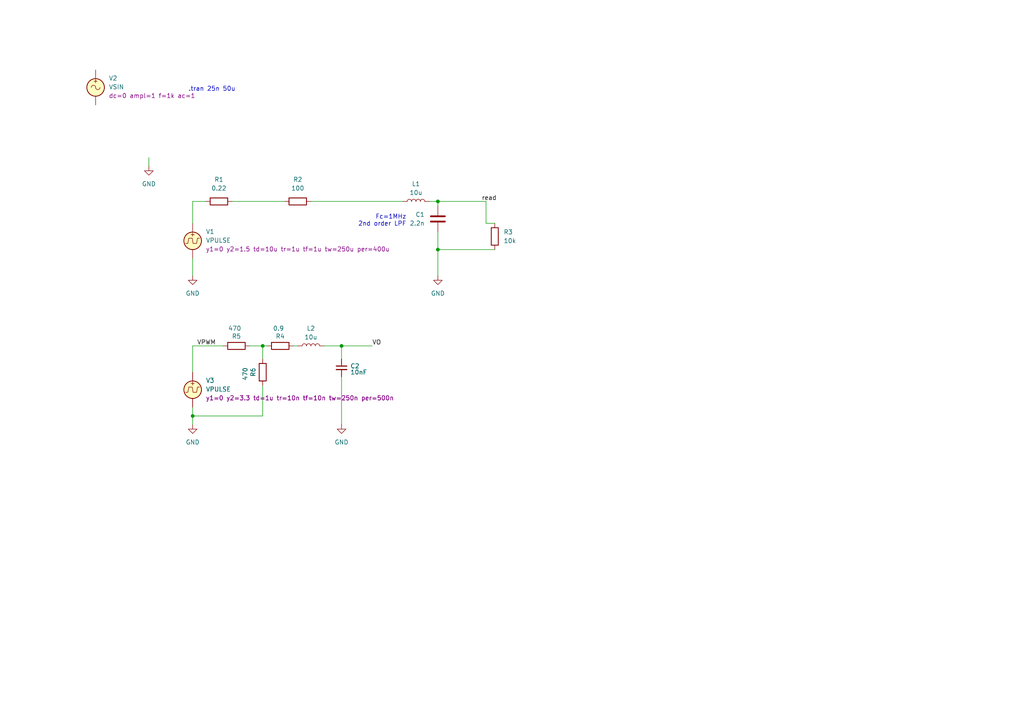
<source format=kicad_sch>
(kicad_sch (version 20231120) (generator "eeschema") (generator_version "8.0")
  (paper "A4")
  (lib_symbols
    (symbol "Device:C" (pin_numbers hide) (pin_names (offset 0.254))
      (property "Reference" "C" (at 0.635 2.54 0))
      (property "Value" "C" (at 0.635 -2.54 0))
      (symbol "C_0_1"
        (polyline (pts (xy -2.032 -0.762) (xy 2.032 -0.762)) (stroke (width 0.508)))
        (polyline (pts (xy -2.032 0.762) (xy 2.032 0.762)) (stroke (width 0.508)))
      )
      (symbol "C_1_1"
        (pin passive line (at 0 3.81 270) (length 2.794) (name "~") (number "1"))
        (pin passive line (at 0 -3.81 90) (length 2.794) (name "~") (number "2"))
      )
    )
    (symbol "Device:C_Small" (pin_numbers hide) (pin_names (offset 0.254) hide)
      (property "Reference" "C" (at 0.254 1.778 0))
      (property "Value" "C_Small" (at 0.254 -2.032 0))
      (symbol "C_Small_0_1"
        (polyline (pts (xy -1.524 -0.508) (xy 1.524 -0.508)) (stroke (width 0.3302)))
        (polyline (pts (xy -1.524 0.508) (xy 1.524 0.508)) (stroke (width 0.3048)))
      )
      (symbol "C_Small_1_1"
        (pin passive line (at 0 2.54 270) (length 2.032) (name "~") (number "1"))
        (pin passive line (at 0 -2.54 90) (length 2.032) (name "~") (number "2"))
      )
    )
    (symbol "Device:L" (pin_numbers hide) (pin_names (offset 1.016) hide)
      (property "Reference" "L" (at -1.27 0 90))
      (property "Value" "L" (at 1.905 0 90))
      (symbol "L_0_1"
        (arc (start 0 -2.54) (mid 0.6323 -1.905) (end 0 -1.27))
        (arc (start 0 -1.27) (mid 0.6323 -0.635) (end 0 0))
        (arc (start 0 0) (mid 0.6323 0.635) (end 0 1.27))
        (arc (start 0 1.27) (mid 0.6323 1.905) (end 0 2.54))
      )
      (symbol "L_1_1"
        (pin passive line (at 0 3.81 270) (length 1.27) (name "1") (number "1"))
        (pin passive line (at 0 -3.81 90) (length 1.27) (name "2") (number "2"))
      )
    )
    (symbol "Device:R" (pin_numbers hide) (pin_names (offset 0))
      (property "Reference" "R" (at 2.032 0 90))
      (property "Value" "R" (at 0 0 90))
      (symbol "R_0_1"
        (rectangle (start -1.016 -2.54) (end 1.016 2.54) (stroke (width 0.254)))
      )
      (symbol "R_1_1"
        (pin passive line (at 0 3.81 270) (length 1.27) (name "~") (number "1"))
        (pin passive line (at 0 -3.81 90) (length 1.27) (name "~") (number "2"))
      )
    )
    (symbol "Simulation_SPICE:VPULSE" (pin_numbers hide) (pin_names (offset 0.0254))
      (property "Reference" "V" (at 2.54 2.54 0))
      (property "Value" "VPULSE" (at 2.54 0 0))
      (property "Sim.Params" "y1=0 y2=1 td=2n tr=2n tf=2n tw=50n per=100n" (at 2.54 -2.54 0))
      (symbol "VPULSE_0_0"
        (polyline (pts (xy -2.032 -0.762) (xy -1.397 -0.762) (xy -1.143 0.762) (xy -0.127 0.762) (xy 0.127 -0.762) (xy 1.143 -0.762) (xy 1.397 0.762) (xy 2.032 0.762)))
        (text "+" (at 0 1.905 0) (effects (font (size 1.27 1.27))))
      )
      (symbol "VPULSE_0_1"
        (circle (center 0 0) (radius 2.54) (stroke (width 0.254)) (fill (type background)))
      )
      (symbol "VPULSE_1_1"
        (pin passive line (at 0 5.08 270) (length 2.54) (name "~") (number "1"))
        (pin passive line (at 0 -5.08 90) (length 2.54) (name "~") (number "2"))
      )
    )
    (symbol "Simulation_SPICE:VSIN" (pin_numbers hide) (pin_names (offset 0.0254))
      (property "Reference" "V" (at 2.54 2.54 0))
      (property "Value" "VSIN" (at 2.54 0 0))
      (property "Sim.Params" "dc=0 ampl=1 f=1k ac=1" (at 2.54 -2.54 0))
      (symbol "VSIN_0_0"
        (arc (start 0 0) (mid -0.635 0.6323) (end -1.27 0))
        (arc (start 0 0) (mid 0.635 -0.6323) (end 1.27 0))
        (text "+" (at 0 1.905 0) (effects (font (size 1.27 1.27))))
      )
      (symbol "VSIN_0_1"
        (circle (center 0 0) (radius 2.54) (stroke (width 0.254)) (fill (type background)))
      )
      (symbol "VSIN_1_1"
        (pin passive line (at 0 5.08 270) (length 2.54) (name "~") (number "1"))
        (pin passive line (at 0 -5.08 90) (length 2.54) (name "~") (number "2"))
      )
    )
    (symbol "power:GND" (power) (pin_numbers hide) (pin_names (offset 0) hide)
      (property "Value" "GND" (at 0 -3.81 0))
      (symbol "GND_0_1"
        (polyline (pts (xy 0 0) (xy 0 -1.27) (xy 1.27 -1.27) (xy 0 -2.54) (xy -1.27 -1.27) (xy 0 -1.27)))
      )
      (symbol "GND_1_1"
        (pin power_in line (at 0 0 270) (length 0) (name "~") (number "1"))
      )
    )
  )
  (junction (at 55.88 120.65))
  (junction (at 99.06 100.33))
  (junction (at 76.2 100.33))
  (junction (at 127 58.42))
  (junction (at 127 72.39))
  (wire (pts (xy 140.97 58.42) (xy 140.97 64.77)))
  (wire (pts (xy 55.88 100.33) (xy 55.88 107.95)))
  (wire (pts (xy 127 72.39) (xy 127 80.01)))
  (wire (pts (xy 124.46 58.42) (xy 127 58.42)))
  (wire (pts (xy 67.31 58.42) (xy 82.55 58.42)))
  (wire (pts (xy 76.2 111.76) (xy 76.2 120.65)))
  (wire (pts (xy 55.88 118.11) (xy 55.88 120.65)))
  (wire (pts (xy 76.2 120.65) (xy 55.88 120.65)))
  (wire (pts (xy 43.18 45.72) (xy 43.18 48.26)))
  (wire (pts (xy 76.2 100.33) (xy 76.2 104.14)))
  (wire (pts (xy 59.69 58.42) (xy 55.88 58.42)))
  (wire (pts (xy 93.98 100.33) (xy 99.06 100.33)))
  (wire (pts (xy 85.09 100.33) (xy 86.36 100.33)))
  (wire (pts (xy 72.39 100.33) (xy 76.2 100.33)))
  (wire (pts (xy 140.97 58.42) (xy 127 58.42)))
  (wire (pts (xy 127 72.39) (xy 143.51 72.39)))
  (wire (pts (xy 55.88 100.33) (xy 64.77 100.33)))
  (wire (pts (xy 99.06 100.33) (xy 99.06 104.14)))
  (wire (pts (xy 55.88 58.42) (xy 55.88 64.77)))
  (wire (pts (xy 99.06 109.22) (xy 99.06 123.19)))
  (wire (pts (xy 55.88 120.65) (xy 55.88 123.19)))
  (wire (pts (xy 140.97 64.77) (xy 143.51 64.77)))
  (wire (pts (xy 55.88 74.93) (xy 55.88 80.01)))
  (wire (pts (xy 127 67.31) (xy 127 72.39)))
  (wire (pts (xy 76.2 100.33) (xy 77.47 100.33)))
  (wire (pts (xy 127 58.42) (xy 127 59.69)))
  (wire (pts (xy 99.06 100.33) (xy 107.95 100.33)))
  (wire (pts (xy 90.17 58.42) (xy 116.84 58.42)))
  (text "Fc=1MHz\n2nd order LPF" (at 117.856 64.008 0) (effects (font (size 1.27 1.27)) (justify right)))
  (text ".tran 25n 50u" (at 61.468 25.908 0) (effects (font (size 1.27 1.27))))
  (label "VPWM" (at 57.15 100.33 0))
  (label "VO" (at 107.95 100.33 0))
  (label "read" (at 139.7 58.42 0))
  (symbol (lib_id "Device:C_Small") (at 99.06 106.68 0) (unit 1)
    (property "Reference" "C2" (at 101.6 106.172 0) (effects (justify left)))
    (property "Value" "10nF" (at 101.6 107.9562 0) (effects (justify left)))
    (property "Footprint" "Capacitor_SMD:C_0603_1608Metric" (effects (hide yes)))
    (property "Description" "Unpolarized capacitor, small symbol" (effects (hide yes)))
    (property "LCSC" "C57112" (effects (hide yes)))
  )
  (symbol (lib_id "Device:R") (at 63.5 58.42 90) (unit 1)
    (property "Reference" "R1" (at 63.5 52.07 90))
    (property "Value" "0.22" (at 63.5 54.61 90))
    (property "Description" "Resistor" (effects (hide yes)))
  )
  (symbol (lib_id "Device:L") (at 90.17 100.33 90) (unit 1)
    (property "Reference" "L2" (at 90.17 95.25 90))
    (property "Value" "10u" (at 90.17 97.79 90))
    (property "Footprint" "Inductor_SMD:L_0603_1608Metric" (effects (hide yes)))
    (property "Description" "Inductor" (effects (hide yes)))
    (property "LCSC" "C86083" (effects (hide yes)))
    (property "Sim.Device" "L" (effects (hide yes)))
    (property "Sim.Pins" "1=+ 2=-" (effects (hide yes)))
  )
  (symbol (lib_id "Simulation_SPICE:VPULSE") (at 55.88 113.03 0) (unit 1)
    (property "Reference" "V3" (at 59.69 110.3601 0) (effects (justify left)))
    (property "Value" "VPULSE" (at 59.69 112.9001 0) (effects (justify left)))
    (property "Datasheet" "https://ngspice.sourceforge.io/docs/ngspice-html-manual/manual.xhtml#sec_Independent_Sources_for" (effects (hide yes)))
    (property "Description" "Voltage source, pulse" (effects (hide yes)))
    (property "Sim.Pins" "1=+ 2=-" (effects (hide yes)))
    (property "Sim.Type" "PULSE" (effects (hide yes)))
    (property "Sim.Device" "V" (effects (hide yes)))
    (property "Sim.Params" "y1=0 y2=3.3 td=1u tr=10n tf=10n tw=250n per=500n" (at 59.69 115.4401 0) (effects (justify left)))
  )
  (symbol (lib_id "Device:C") (at 127 63.5 0) (unit 1)
    (property "Reference" "C1" (at 123.19 62.2299 0) (effects (justify right)))
    (property "Value" "2.2n" (at 123.19 64.7699 0) (effects (justify right)))
    (property "Description" "Unpolarized capacitor" (effects (hide yes)))
  )
  (symbol (lib_id "power:GND") (at 43.18 48.26 0) (unit 1)
    (property "Reference" "#PWR03" (effects (hide yes)))
    (property "Value" "GND" (at 43.18 53.34 0))
    (property "Description" "Power symbol creates a global label with name \"GND\" , ground" (effects (hide yes)))
  )
  (symbol (lib_id "Device:R") (at 76.2 107.95 0) (unit 1)
    (property "Reference" "R6" (at 73.406 107.95 90))
    (property "Value" "470" (at 71.12 108.458 90))
    (property "Footprint" "Resistor_SMD:R_0603_1608Metric" (effects (hide yes)))
    (property "Description" "Resistor" (effects (hide yes)))
    (property "LCSC" "C21190" (effects (hide yes)))
  )
  (symbol (lib_id "power:GND") (at 55.88 80.01 0) (unit 1)
    (property "Reference" "#PWR01" (effects (hide yes)))
    (property "Value" "GND" (at 55.88 85.09 0))
    (property "Description" "Power symbol creates a global label with name \"GND\" , ground" (effects (hide yes)))
  )
  (symbol (lib_id "power:GND") (at 55.88 123.19 0) (unit 1)
    (property "Reference" "#PWR04" (effects (hide yes)))
    (property "Value" "GND" (at 55.88 128.27 0))
    (property "Description" "Power symbol creates a global label with name \"GND\" , ground" (effects (hide yes)))
  )
  (symbol (lib_id "Device:R") (at 143.51 68.58 180) (unit 1)
    (property "Reference" "R3" (at 146.05 67.3099 0) (effects (justify right)))
    (property "Value" "10k" (at 146.05 69.8499 0) (effects (justify right)))
    (property "Description" "Resistor" (effects (hide yes)))
  )
  (symbol (lib_id "Device:R") (at 68.58 100.33 270) (unit 1)
    (property "Reference" "R5" (at 68.58 97.536 90))
    (property "Value" "470" (at 68.072 95.25 90))
    (property "Footprint" "Resistor_SMD:R_0603_1608Metric" (effects (hide yes)))
    (property "Description" "Resistor" (effects (hide yes)))
    (property "LCSC" "C21190" (effects (hide yes)))
  )
  (symbol (lib_id "power:GND") (at 99.06 123.19 0) (unit 1)
    (property "Reference" "#PWR05" (effects (hide yes)))
    (property "Value" "GND" (at 99.06 128.27 0))
    (property "Description" "Power symbol creates a global label with name \"GND\" , ground" (effects (hide yes)))
  )
  (symbol (lib_id "Device:R") (at 81.28 100.33 270) (unit 1)
    (property "Reference" "R4" (at 81.28 97.536 90))
    (property "Value" "0.9" (at 80.772 95.25 90))
    (property "Footprint" "Resistor_SMD:R_0603_1608Metric" (effects (hide yes)))
    (property "Description" "Resistor" (effects (hide yes)))
    (property "LCSC" "C21190" (effects (hide yes)))
  )
  (symbol (lib_id "Device:L") (at 120.65 58.42 90) (unit 1)
    (property "Reference" "L1" (at 120.65 53.34 90))
    (property "Value" "10u" (at 120.65 55.88 90))
    (property "Description" "Inductor" (effects (hide yes)))
  )
  (symbol (lib_id "Device:R") (at 86.36 58.42 90) (unit 1)
    (property "Reference" "R2" (at 86.36 52.07 90))
    (property "Value" "100" (at 86.36 54.61 90))
    (property "Description" "Resistor" (effects (hide yes)))
  )
  (symbol (lib_id "Simulation_SPICE:VPULSE") (at 55.88 69.85 0) (unit 1)
    (property "Reference" "V1" (at 59.69 67.1801 0) (effects (justify left)))
    (property "Value" "VPULSE" (at 59.69 69.7201 0) (effects (justify left)))
    (property "Datasheet" "https://ngspice.sourceforge.io/docs/ngspice-html-manual/manual.xhtml#sec_Independent_Sources_for" (effects (hide yes)))
    (property "Description" "Voltage source, pulse" (effects (hide yes)))
    (property "Sim.Pins" "1=+ 2=-" (effects (hide yes)))
    (property "Sim.Type" "PULSE" (effects (hide yes)))
    (property "Sim.Device" "V" (effects (hide yes)))
    (property "Sim.Params" "y1=0 y2=1.5 td=10u tr=1u tf=1u tw=250u per=400u" (at 59.69 72.2601 0) (effects (justify left)))
  )
  (symbol (lib_id "power:GND") (at 127 80.01 0) (unit 1)
    (property "Reference" "#PWR02" (effects (hide yes)))
    (property "Value" "GND" (at 127 85.09 0))
    (property "Description" "Power symbol creates a global label with name \"GND\" , ground" (effects (hide yes)))
  )
  (symbol (lib_id "Simulation_SPICE:VSIN") (at 27.7295 25.3582 0) (unit 1)
    (property "Reference" "V2" (at 31.5395 22.6883 0) (effects (justify left)))
    (property "Value" "VSIN" (at 31.5395 25.2283 0) (effects (justify left)))
    (property "Datasheet" "https://ngspice.sourceforge.io/docs/ngspice-html-manual/manual.xhtml#sec_Independent_Sources_for" (effects (hide yes)))
    (property "Description" "Voltage source, sinusoidal" (effects (hide yes)))
    (property "Sim.Pins" "1=+ 2=-" (effects (hide yes)))
    (property "Sim.Params" "dc=0 ampl=1 f=1k ac=1" (at 31.5395 27.7683 0) (effects (justify left)))
    (property "Sim.Type" "SIN" (effects (hide yes)))
    (property "Sim.Device" "V" (effects (hide yes)))
  )
)
</source>
